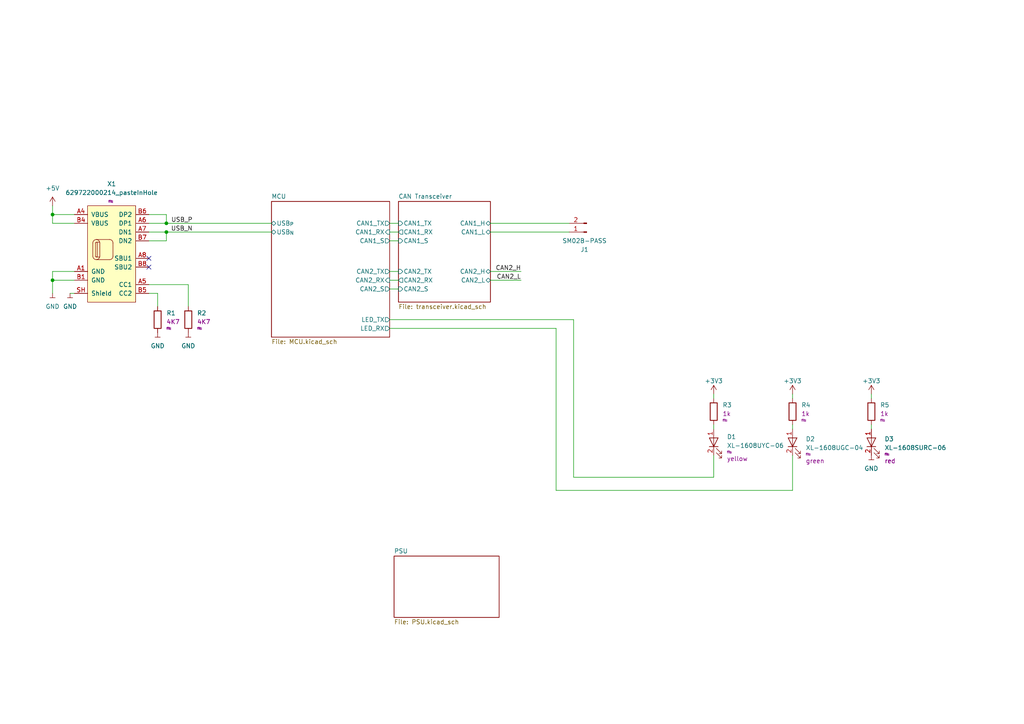
<source format=kicad_sch>
(kicad_sch (version 20250114) (generator "eeschema") (generator_version "9.0")
  (paper "A4")
  (title_block (title "${title}") (date "2023-06-16") (rev "R${release}") (company "${company}") (comment 1 "${release_state}") (comment 2 "${prefix}-S${type_number}-R${release}-V${sch_variant}-C${sch_ci}") (comment 3 "hardware/${prefix}-S${type_number}_${short_desciption}"))
  (lib_symbols
    (symbol "Connector:Conn_01x02_Pin" (pin_names (offset 1.016) (hide yes))
      (property "Reference" "J" (at 0 2.54 0))
      (property "Value" "Conn_01x02_Pin" (at 0 -5.08 0))
      (symbol "Conn_01x02_Pin_1_1"
        (rectangle (start 0.8636 0.127) (end 0 -0.127) (stroke (width 0.1524)) (fill (type outline)))
        (rectangle (start 0.8636 -2.413) (end 0 -2.667) (stroke (width 0.1524)) (fill (type outline)))
        (polyline (pts (xy 1.27 0) (xy 0.8636 0)) (stroke (width 0.1524)))
        (polyline (pts (xy 1.27 -2.54) (xy 0.8636 -2.54)) (stroke (width 0.1524)))
        (pin passive line (at 5.08 0 180) (length 3.81) (name "Pin_1") (number "1"))
        (pin passive line (at 5.08 -2.54 180) (length 3.81) (name "Pin_2") (number "2"))
      )
    )
    (symbol "Kingbright:KPT-1608EC" (pin_names (offset 1.016) (hide yes))
      (property "Reference" "D" (at 0 2.54 0))
      (property "Value" "KPT-1608EC" (at 1.27 -3.81 0))
      (property "Fit" "fit: " (at 7.62 -3.81 0))
      (symbol "KPT-1608EC_0_1"
        (polyline (pts (xy -3.048 -0.762) (xy -4.572 -2.286) (xy -3.81 -2.286) (xy -4.572 -2.286) (xy -4.572 -1.524)))
        (polyline (pts (xy -1.778 -0.762) (xy -3.302 -2.286) (xy -2.54 -2.286) (xy -3.302 -2.286) (xy -3.302 -1.524)))
        (polyline (pts (xy -1.27 0) (xy 1.27 0)))
        (polyline (pts (xy -1.27 -1.27) (xy -1.27 1.27)) (stroke (width 0.2032)))
        (polyline (pts (xy 1.27 -1.27) (xy 1.27 1.27) (xy -1.27 0) (xy 1.27 -1.27)) (stroke (width 0.2032)))
      )
      (symbol "KPT-1608EC_1_1"
        (pin passive line (at -3.81 0 0) (length 2.54) (name "K") (number "2"))
        (pin passive line (at 3.81 0 180) (length 2.54) (name "A") (number "1"))
      )
    )
    (symbol "Kingbright:KPT-1608SGC" (pin_names (offset 1.016) (hide yes))
      (property "Reference" "D" (at 0 2.54 0))
      (property "Value" "KPT-1608SGC" (at 1.27 -3.81 0))
      (property "Fit" "fit: " (at 7.62 -3.81 0))
      (symbol "KPT-1608SGC_0_1"
        (polyline (pts (xy -3.048 -0.762) (xy -4.572 -2.286) (xy -3.81 -2.286) (xy -4.572 -2.286) (xy -4.572 -1.524)))
        (polyline (pts (xy -1.778 -0.762) (xy -3.302 -2.286) (xy -2.54 -2.286) (xy -3.302 -2.286) (xy -3.302 -1.524)))
        (polyline (pts (xy -1.27 0) (xy 1.27 0)))
        (polyline (pts (xy -1.27 -1.27) (xy -1.27 1.27)) (stroke (width 0.2032)))
        (polyline (pts (xy 1.27 -1.27) (xy 1.27 1.27) (xy -1.27 0) (xy 1.27 -1.27)) (stroke (width 0.2032)))
      )
      (symbol "KPT-1608SGC_1_1"
        (pin passive line (at -3.81 0 0) (length 2.54) (name "K") (number "2"))
        (pin passive line (at 3.81 0 180) (length 2.54) (name "A") (number "1"))
      )
    )
    (symbol "Res_1Percent_E24_0603_100mW_-40C-90C:1k_0603_100mW_1%_E24_Chip-Resistor" (pin_numbers (hide yes)) (pin_names (offset 0))
      (property "Reference" "R" (at 2.032 0 90))
      (property "DisplayValue" "1k" (at -0.0254 -0.0508 90))
      (property "Fit" "fit: " (at 7.62 -3.81 0))
      (symbol "1k_0603_100mW_1%_E24_Chip-Resistor_0_1"
        (rectangle (start -1.016 -2.54) (end 1.016 2.54) (stroke (width 0.254)))
      )
      (symbol "1k_0603_100mW_1%_E24_Chip-Resistor_1_1"
        (pin passive line (at 0 3.81 270) (length 1.27) (name "~") (number "1"))
        (pin passive line (at 0 -3.81 90) (length 1.27) (name "~") (number "2"))
      )
    )
    (symbol "Res_1Percent_E24_0603_100mW_-40C-90C:5k1_0603_100mW_1%_E24_Chip-Resistor" (pin_numbers (hide yes)) (pin_names (offset 0))
      (property "Reference" "R" (at 2.032 0 90))
      (property "DisplayValue" "5k1" (at -0.0254 -0.0508 90))
      (property "Fit" "fit: " (at 7.62 -3.81 0))
      (symbol "5k1_0603_100mW_1%_E24_Chip-Resistor_0_1"
        (rectangle (start -1.016 -2.54) (end 1.016 2.54) (stroke (width 0.254)))
      )
      (symbol "5k1_0603_100mW_1%_E24_Chip-Resistor_1_1"
        (pin passive line (at 0 3.81 270) (length 1.27) (name "~") (number "1"))
        (pin passive line (at 0 -3.81 90) (length 1.27) (name "~") (number "2"))
      )
    )
    (symbol "powerport:+3V3" (power) (pin_names (offset 0))
      (property "Value" "+3V3" (at 0 3.556 0))
      (symbol "+3V3_0_1"
        (polyline (pts (xy -0.762 1.27) (xy 0 2.54)))
        (polyline (pts (xy 0 2.54) (xy 0.762 1.27)))
        (polyline (pts (xy 0 0) (xy 0 2.54)))
      )
      (symbol "+3V3_1_1"
        (pin power_in line (at 0 0 90) (length 0) (hide yes) (name "+3V3") (number "1"))
      )
    )
    (symbol "powerport:+5V" (power) (pin_names (offset 0))
      (property "Value" "+5V" (at 0 3.556 0))
      (symbol "+5V_0_1"
        (polyline (pts (xy -0.762 1.27) (xy 0 2.54)))
        (polyline (pts (xy 0 2.54) (xy 0.762 1.27)))
        (polyline (pts (xy 0 0) (xy 0 2.54)))
      )
      (symbol "+5V_1_1"
        (pin power_in line (at 0 0 90) (length 0) (hide yes) (name "+5V") (number "1"))
      )
    )
    (symbol "powerport:GND" (power) (pin_names (offset 0))
      (property "Value" "GND" (at 0 -2.54 0))
      (symbol "GND_0_1"
        (polyline (pts (xy -0.762 -1.27) (xy 0.762 -1.27)))
        (polyline (pts (xy 0 0) (xy 0 -1.27)))
      )
      (symbol "GND_1_1"
        (pin power_in line (at 0 0 270) (length 0) (hide yes) (name "GND") (number "1"))
      )
    )
    (symbol "wuerth:629722000214_pasteInHole" (pin_names (offset 1.016))
      (property "Reference" "X" (at 0 13.97 0))
      (property "Value" "629722000214_pasteInHole" (at 0 -16.51 0))
      (property "Fit" "fit: " (at 7.62 -15.24 0))
      (symbol "629722000214_pasteInHole_0_1"
        (rectangle (start -7.62 12.7) (end 6.35 -15.24) (fill (type background)))
        (polyline (pts (xy -6.096 1.905) (xy -6.096 -1.905)))
        (polyline (pts (xy -5.334 -1.905) (xy -5.334 1.905)))
        (polyline (pts (xy -5.08 2.921) (xy -1.27 2.921)))
        (polyline (pts (xy -5.08 2.159) (xy -4.191 2.159)))
        (arc (start -6.096 1.905) (mid -5.08 2.9068) (end -4.064 1.905))
        (arc (start -5.334 1.8971) (mid -5.08 2.1295) (end -4.826 1.8971))
        (arc (start -4.064 -1.905) (mid -5.08 -2.9068) (end -6.096 -1.905))
        (arc (start -4.826 -1.905) (mid -5.08 -2.147) (end -5.334 -1.905))
        (polyline (pts (xy -5.08 -2.159) (xy -4.191 -2.159)))
        (polyline (pts (xy -5.08 -2.921) (xy -1.27 -2.921)))
        (polyline (pts (xy -4.826 -1.905) (xy -4.826 1.905)))
        (polyline (pts (xy -4.064 1.905) (xy -4.064 -1.905)))
        (arc (start -1.27 2.921) (mid -0.5411 2.6339) (end -0.254 1.905))
        (arc (start -0.254 -1.905) (mid -0.5409 -2.6341) (end -1.27 -2.921))
        (polyline (pts (xy -0.254 1.905) (xy -0.254 -1.905)))
      )
      (symbol "629722000214_pasteInHole_1_1"
        (pin passive line (at -11.43 10.16 0) (length 3.81) (name "VBUS") (number "A4"))
        (pin passive line (at -11.43 7.62 0) (length 3.81) (name "VBUS") (number "B4"))
        (pin passive line (at -11.43 -6.35 0) (length 3.81) (name "GND") (number "A1"))
        (pin passive line (at -11.43 -8.89 0) (length 3.81) (name "GND") (number "B1"))
        (pin passive line (at -11.43 -12.7 0) (length 3.81) (name "Shield") (number "SH"))
        (pin passive line (at 10.16 10.16 180) (length 3.81) (name "DP2") (number "B6"))
        (pin passive line (at 10.16 7.62 180) (length 3.81) (name "DP1") (number "A6"))
        (pin passive line (at 10.16 5.08 180) (length 3.81) (name "DN1") (number "A7"))
        (pin passive line (at 10.16 2.54 180) (length 3.81) (name "DN2") (number "B7"))
        (pin passive line (at 10.16 -2.54 180) (length 3.81) (name "SBU1") (number "A8"))
        (pin passive line (at 10.16 -5.08 180) (length 3.81) (name "SBU2") (number "B8"))
        (pin passive line (at 10.16 -10.16 180) (length 3.81) (name "CC1") (number "A5"))
        (pin passive line (at 10.16 -12.7 180) (length 3.81) (name "CC2") (number "B5"))
      )
    )
  )
  (junction (at 48.26 64.77))
  (junction (at 15.24 81.28))
  (junction (at 15.24 62.23))
  (junction (at 48.26 67.31))
  (no_connect (at 43.18 74.93))
  (no_connect (at 43.18 77.47))
  (wire (pts (xy 113.03 83.82) (xy 115.57 83.82)))
  (wire (pts (xy 229.87 132.08) (xy 229.87 142.24)))
  (wire (pts (xy 48.26 67.31) (xy 78.74 67.31)))
  (wire (pts (xy 113.03 81.28) (xy 115.57 81.28)))
  (wire (pts (xy 252.73 114.3) (xy 252.73 115.57)))
  (wire (pts (xy 45.72 85.09) (xy 45.72 88.9)))
  (wire (pts (xy 142.24 64.77) (xy 165.1 64.77)))
  (wire (pts (xy 15.24 85.09) (xy 15.24 81.28)))
  (wire (pts (xy 161.29 142.24) (xy 161.29 95.25)))
  (wire (pts (xy 207.01 132.08) (xy 207.01 138.43)))
  (wire (pts (xy 229.87 114.3) (xy 229.87 115.57)))
  (wire (pts (xy 142.24 78.74) (xy 151.13 78.74)))
  (wire (pts (xy 15.24 81.28) (xy 21.59 81.28)))
  (wire (pts (xy 142.24 67.31) (xy 165.1 67.31)))
  (wire (pts (xy 166.37 92.71) (xy 166.37 138.43)))
  (wire (pts (xy 54.61 82.55) (xy 54.61 88.9)))
  (wire (pts (xy 166.37 138.43) (xy 207.01 138.43)))
  (wire (pts (xy 252.73 123.19) (xy 252.73 124.46)))
  (wire (pts (xy 15.24 81.28) (xy 15.24 78.74)))
  (wire (pts (xy 161.29 95.25) (xy 113.03 95.25)))
  (wire (pts (xy 43.18 67.31) (xy 48.26 67.31)))
  (wire (pts (xy 207.01 123.19) (xy 207.01 124.46)))
  (wire (pts (xy 48.26 67.31) (xy 48.26 69.85)))
  (wire (pts (xy 15.24 59.69) (xy 15.24 62.23)))
  (wire (pts (xy 43.18 69.85) (xy 48.26 69.85)))
  (wire (pts (xy 113.03 64.77) (xy 115.57 64.77)))
  (wire (pts (xy 43.18 82.55) (xy 54.61 82.55)))
  (wire (pts (xy 20.32 85.09) (xy 21.59 85.09)))
  (wire (pts (xy 229.87 142.24) (xy 161.29 142.24)))
  (wire (pts (xy 113.03 67.31) (xy 115.57 67.31)))
  (wire (pts (xy 48.26 62.23) (xy 48.26 64.77)))
  (wire (pts (xy 43.18 64.77) (xy 48.26 64.77)))
  (wire (pts (xy 207.01 114.3) (xy 207.01 115.57)))
  (wire (pts (xy 15.24 78.74) (xy 21.59 78.74)))
  (wire (pts (xy 43.18 85.09) (xy 45.72 85.09)))
  (wire (pts (xy 15.24 62.23) (xy 15.24 64.77)))
  (wire (pts (xy 229.87 123.19) (xy 229.87 124.46)))
  (wire (pts (xy 15.24 62.23) (xy 21.59 62.23)))
  (wire (pts (xy 43.18 62.23) (xy 48.26 62.23)))
  (wire (pts (xy 48.26 64.77) (xy 78.74 64.77)))
  (wire (pts (xy 142.24 81.28) (xy 151.13 81.28)))
  (wire (pts (xy 113.03 78.74) (xy 115.57 78.74)))
  (wire (pts (xy 113.03 69.85) (xy 115.57 69.85)))
  (wire (pts (xy 113.03 92.71) (xy 166.37 92.71)))
  (wire (pts (xy 15.24 64.77) (xy 21.59 64.77)))
  (label "USB_P" (at 55.88 64.77 180))
  (label "CAN2_L" (at 151.13 81.28 180))
  (label "USB_N" (at 55.88 67.31 180))
  (label "CAN2_H" (at 151.13 78.74 180))
  (symbol (lib_id "wuerth:629722000214_pasteInHole") (at 33.02 72.39 0) (unit 1)
    (property "Reference" "X1" (at 32.385 53.34 0))
    (property "Value" "629722000214_pasteInHole" (at 32.385 55.88 0))
    (property "Footprint" "Bluesat:USB_C" (effects (hide yes)))
    (property "Datasheet" "$PTX_DATASHEETS/datasheets/Connectors/Wuerth_629722000214_USB-C_2.0_16Pin.pdf" (effects (hide yes)))
    (property "Fit" "fit: " (at 32.385 58.42 0) (effects (font (size 0.635 0.635))))
    (property "State" "reviewed" (effects (hide yes)))
    (property "Package" "SMD mfg-specific" (effects (hide yes)))
    (property "Tool" "None" (effects (hide yes)))
    (property "Manufacturer" "Würth Elektronik" (effects (hide yes)))
    (property "MPN" "629722000214" (effects (hide yes)))
  )
  (symbol (lib_id "Res_1Percent_E24_0603_100mW_-40C-90C:1k_0603_100mW_1%_E24_Chip-Resistor") (at 207.01 119.38 0) (unit 1)
    (property "Reference" "R3" (at 209.55 117.475 0) (effects (justify left)))
    (property "Value" "1K" (effects (hide yes)))
    (property "Footprint" "Resistor_SMD:R_0402_1005Metric" (effects (hide yes)))
    (property "MPN" "any" (effects (hide yes)))
    (property "Manufacturer" "any" (effects (hide yes)))
    (property "DisplayValue" "1k" (at 209.55 120.015 0) (effects (justify left)))
    (property "Fit" "fit: " (at 209.55 121.92 0) (effects (font (size 0.635 0.635)) (justify left)))
    (property "State" "legacy" (effects (hide yes)))
    (property "Package" "0402" (effects (hide yes)))
  )
  (symbol (lib_id "powerport:GND") (at 54.61 96.52 0) (unit 1)
    (property "Reference" "#PWR05" (effects (hide yes)))
    (property "Value" "GND" (at 54.61 100.33 0))
  )
  (symbol (lib_id "Connector:Conn_01x02_Pin") (at 170.18 67.31 180) (unit 1)
    (property "Reference" "J1" (at 169.545 72.39 0))
    (property "Value" "SM02B-PASS" (at 169.545 69.85 0))
    (property "Footprint" "Bluesat:SM02B-PASS" (effects (hide yes)))
    (property "Description" "Generic connector, single row, 01x02, script generated" (effects (hide yes)))
  )
  (symbol (lib_id "powerport:+3V3") (at 252.73 114.3 0) (unit 1)
    (property "Reference" "#PWR013" (effects (hide yes)))
    (property "Value" "+3V3" (at 252.73 110.49 0))
  )
  (symbol (lib_id "Kingbright:KPT-1608SGC") (at 207.01 128.27 90) (unit 1)
    (property "Reference" "D1" (at 210.82 126.6951 90) (effects (justify right)))
    (property "Value" "XL-1608UYC-06" (at 210.82 129.2351 90) (effects (justify right)))
    (property "Footprint" "LED_SMD:LED_0603_1608Metric" (effects (hide yes)))
    (property "Datasheet" "$PTX_DATASHEETS/datasheets/LED/Kingbright_KPT-1608SGC.pdf" (effects (hide yes)))
    (property "MPN" "KPT-1608SGC" (effects (hide yes)))
    (property "Manufacturer" "Kingbright" (effects (hide yes)))
    (property "Fit" "fit: " (at 210.82 131.1402 90) (effects (font (size 0.635 0.635)) (justify right)))
    (property "State" "reviewed" (effects (hide yes)))
    (property "Package" "0603" (effects (hide yes)))
    (property "color" "yellow" (at 210.82 133.0451 90) (effects (justify right)))
  )
  (symbol (lib_id "powerport:+3V3") (at 207.01 114.3 0) (unit 1)
    (property "Reference" "#PWR06" (effects (hide yes)))
    (property "Value" "+3V3" (at 207.01 110.49 0))
  )
  (symbol (lib_id "powerport:GND") (at 45.72 96.52 0) (unit 1)
    (property "Reference" "#PWR04" (effects (hide yes)))
    (property "Value" "GND" (at 45.72 100.33 0))
  )
  (symbol (lib_id "Res_1Percent_E24_0603_100mW_-40C-90C:1k_0603_100mW_1%_E24_Chip-Resistor") (at 229.87 119.38 0) (unit 1)
    (property "Reference" "R4" (at 232.41 117.475 0) (effects (justify left)))
    (property "Value" "1K" (effects (hide yes)))
    (property "Footprint" "Resistor_SMD:R_0402_1005Metric" (effects (hide yes)))
    (property "MPN" "any" (effects (hide yes)))
    (property "Manufacturer" "any" (effects (hide yes)))
    (property "DisplayValue" "1k" (at 232.41 120.015 0) (effects (justify left)))
    (property "Fit" "fit: " (at 232.41 121.92 0) (effects (font (size 0.635 0.635)) (justify left)))
    (property "State" "legacy" (effects (hide yes)))
    (property "Package" "0402" (effects (hide yes)))
  )
  (symbol (lib_id "powerport:+5V") (at 15.24 59.69 0) (unit 1)
    (property "Reference" "#PWR01" (effects (hide yes)))
    (property "Value" "+5V" (at 15.24 54.61 0))
  )
  (symbol (lib_id "powerport:+3V3") (at 229.87 114.3 0) (unit 1)
    (property "Reference" "#PWR07" (effects (hide yes)))
    (property "Value" "+3V3" (at 229.87 110.49 0))
  )
  (symbol (lib_id "Kingbright:KPT-1608EC") (at 252.73 128.27 90) (unit 1)
    (property "Reference" "D3" (at 256.54 127.3302 90) (effects (justify right)))
    (property "Value" "XL-1608SURC-06" (at 256.54 129.8702 90) (effects (justify right)))
    (property "Footprint" "LED_SMD:LED_0603_1608Metric" (effects (hide yes)))
    (property "Datasheet" "$PTX_DATASHEETS/datasheets/LED/Kingbright_KPT-1608EC.pdf" (effects (hide yes)))
    (property "MPN" "KPT-1608EC" (effects (hide yes)))
    (property "Manufacturer" "Kingbright" (effects (hide yes)))
    (property "Package" "0603" (effects (hide yes)))
    (property "Fit" "fit: " (at 256.54 131.7752 90) (effects (font (size 0.635 0.635)) (justify right)))
    (property "State" "reviewed" (effects (hide yes)))
    (property "color" "red" (at 256.54 133.6802 90) (effects (justify right)))
  )
  (symbol (lib_id "Res_1Percent_E24_0603_100mW_-40C-90C:5k1_0603_100mW_1%_E24_Chip-Resistor") (at 54.61 92.71 0) (unit 1)
    (property "Reference" "R2" (at 57.15 90.8049 0) (effects (justify left)))
    (property "Value" "4K7" (effects (hide yes)))
    (property "Footprint" "Resistor_SMD:R_0402_1005Metric" (effects (hide yes)))
    (property "MPN" "any" (effects (hide yes)))
    (property "Manufacturer" "any" (effects (hide yes)))
    (property "DisplayValue" "4K7" (at 57.15 93.3449 0) (effects (justify left)))
    (property "Fit" "fit: " (at 57.15 95.25 0) (effects (font (size 0.635 0.635)) (justify left)))
    (property "State" "legacy" (effects (hide yes)))
    (property "Package" "0402" (effects (hide yes)))
  )
  (symbol (lib_id "powerport:GND") (at 15.24 85.09 0) (unit 1)
    (property "Reference" "#PWR02" (effects (hide yes)))
    (property "Value" "GND" (at 15.24 88.9 0))
  )
  (symbol (lib_id "Kingbright:KPT-1608SGC") (at 229.87 128.27 90) (unit 1)
    (property "Reference" "D2" (at 233.68 127.3302 90) (effects (justify right)))
    (property "Value" "XL-1608UGC-04" (at 233.68 129.8702 90) (effects (justify right)))
    (property "Footprint" "LED_SMD:LED_0603_1608Metric" (effects (hide yes)))
    (property "Datasheet" "$PTX_DATASHEETS/datasheets/LED/Kingbright_KPT-1608SGC.pdf" (effects (hide yes)))
    (property "MPN" "KPT-1608SGC" (effects (hide yes)))
    (property "Manufacturer" "Kingbright" (effects (hide yes)))
    (property "Fit" "fit: " (at 233.68 131.7752 90) (effects (font (size 0.635 0.635)) (justify right)))
    (property "State" "reviewed" (effects (hide yes)))
    (property "Package" "0603" (effects (hide yes)))
    (property "color" "green" (at 233.68 133.6802 90) (effects (justify right)))
  )
  (symbol (lib_id "Res_1Percent_E24_0603_100mW_-40C-90C:1k_0603_100mW_1%_E24_Chip-Resistor") (at 252.73 119.38 0) (unit 1)
    (property "Reference" "R5" (at 255.27 117.475 0) (effects (justify left)))
    (property "Value" "1K" (effects (hide yes)))
    (property "Footprint" "Resistor_SMD:R_0402_1005Metric" (effects (hide yes)))
    (property "MPN" "any" (effects (hide yes)))
    (property "Manufacturer" "any" (effects (hide yes)))
    (property "DisplayValue" "1k" (at 255.27 120.015 0) (effects (justify left)))
    (property "Fit" "fit: " (at 255.27 121.92 0) (effects (font (size 0.635 0.635)) (justify left)))
    (property "State" "legacy" (effects (hide yes)))
    (property "Package" "0402" (effects (hide yes)))
  )
  (symbol (lib_id "powerport:GND") (at 20.32 85.09 0) (unit 1)
    (property "Reference" "#PWR03" (effects (hide yes)))
    (property "Value" "GND" (at 20.32 88.9 0))
  )
  (symbol (lib_id "powerport:GND") (at 252.73 132.08 0) (unit 1)
    (property "Reference" "#PWR014" (effects (hide yes)))
    (property "Value" "GND" (at 252.73 135.89 0))
  )
  (symbol (lib_id "Res_1Percent_E24_0603_100mW_-40C-90C:5k1_0603_100mW_1%_E24_Chip-Resistor") (at 45.72 92.71 0) (unit 1)
    (property "Reference" "R1" (at 48.26 90.8049 0) (effects (justify left)))
    (property "Value" "4K7" (effects (hide yes)))
    (property "Footprint" "Resistor_SMD:R_0402_1005Metric" (effects (hide yes)))
    (property "MPN" "any" (effects (hide yes)))
    (property "Manufacturer" "any" (effects (hide yes)))
    (property "DisplayValue" "4K7" (at 48.26 93.3449 0) (effects (justify left)))
    (property "Fit" "fit: " (at 48.26 95.25 0) (effects (font (size 0.635 0.635)) (justify left)))
    (property "State" "legacy" (effects (hide yes)))
    (property "Package" "0402" (effects (hide yes)))
  )
  (sheet (at 114.3 161.29) (size 30.48 17.78) (stroke (width 0.1524))
    (property "Sheetname" "PSU" (at 114.3 160.5784 0) (effects (justify left bottom)))
    (property "Sheetfile" "PSU.kicad_sch" (at 114.3 179.6546 0) (effects (justify left top)))
  )
  (sheet (at 115.57 58.42) (size 26.67 29.21) (stroke (width 0.1524))
    (property "Sheetname" "CAN Transceiver" (at 115.57 57.7084 0) (effects (justify left bottom)))
    (property "Sheetfile" "transceiver.kicad_sch" (at 115.57 88.2146 0) (effects (justify left top)))
    (pin "CAN1_L" bidirectional (at 142.24 67.31 0))
    (pin "CAN1_H" bidirectional (at 142.24 64.77 0))
    (pin "CAN2_H" bidirectional (at 142.24 78.74 0))
    (pin "CAN2_L" bidirectional (at 142.24 81.28 0))
    (pin "CAN2_TX" input (at 115.57 78.74 180))
    (pin "CAN2_RX" output (at 115.57 81.28 180))
    (pin "CAN2_S" input (at 115.57 83.82 180))
    (pin "CAN1_RX" output (at 115.57 67.31 180))
    (pin "CAN1_TX" input (at 115.57 64.77 180))
    (pin "CAN1_S" input (at 115.57 69.85 180))
  )
  (sheet (at 78.74 58.42) (size 34.29 39.37) (stroke (width 0.1524))
    (property "Sheetname" "MCU" (at 78.74 57.7084 0) (effects (justify left bottom)))
    (property "Sheetfile" "MCU.kicad_sch" (at 78.74 98.3746 0) (effects (justify left top)))
    (pin "USB_{N}" bidirectional (at 78.74 67.31 180))
    (pin "USB_{P}" bidirectional (at 78.74 64.77 180))
    (pin "CAN1_RX" input (at 113.03 67.31 0))
    (pin "CAN2_RX" input (at 113.03 81.28 0))
    (pin "CAN2_TX" output (at 113.03 78.74 0))
    (pin "CAN1_TX" output (at 113.03 64.77 0))
    (pin "CAN1_S" output (at 113.03 69.85 0))
    (pin "CAN2_S" output (at 113.03 83.82 0))
    (pin "LED_RX" output (at 113.03 95.25 0))
    (pin "LED_TX" output (at 113.03 92.71 0))
  )
)
</source>
